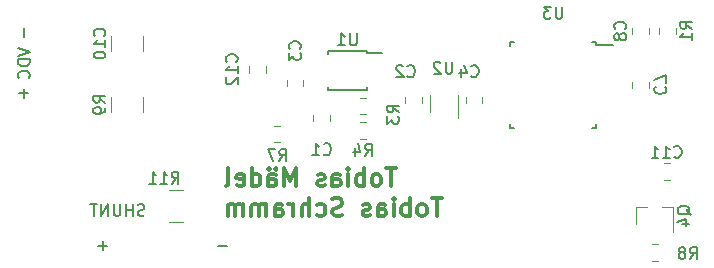
<source format=gbo>
G04 #@! TF.GenerationSoftware,KiCad,Pcbnew,5.1.2*
G04 #@! TF.CreationDate,2019-07-27T17:59:41+02:00*
G04 #@! TF.ProjectId,solarcampi,736f6c61-7263-4616-9d70-692e6b696361,C*
G04 #@! TF.SameCoordinates,Original*
G04 #@! TF.FileFunction,Legend,Bot*
G04 #@! TF.FilePolarity,Positive*
%FSLAX46Y46*%
G04 Gerber Fmt 4.6, Leading zero omitted, Abs format (unit mm)*
G04 Created by KiCad (PCBNEW 5.1.2) date 2019-07-27 17:59:41*
%MOMM*%
%LPD*%
G04 APERTURE LIST*
%ADD10C,0.150000*%
%ADD11C,0.300000*%
%ADD12C,0.120000*%
G04 APERTURE END LIST*
D10*
X51201428Y-58169047D02*
X51201428Y-58930952D01*
X51550952Y-63701428D02*
X50789047Y-63701428D01*
X51170000Y-64082380D02*
X51170000Y-63320476D01*
X50682380Y-59856666D02*
X51682380Y-60190000D01*
X50682380Y-60523333D01*
X51682380Y-60856666D02*
X50682380Y-60856666D01*
X50682380Y-61094761D01*
X50730000Y-61237619D01*
X50825238Y-61332857D01*
X50920476Y-61380476D01*
X51110952Y-61428095D01*
X51253809Y-61428095D01*
X51444285Y-61380476D01*
X51539523Y-61332857D01*
X51634761Y-61237619D01*
X51682380Y-61094761D01*
X51682380Y-60856666D01*
X51587142Y-62428095D02*
X51634761Y-62380476D01*
X51682380Y-62237619D01*
X51682380Y-62142380D01*
X51634761Y-61999523D01*
X51539523Y-61904285D01*
X51444285Y-61856666D01*
X51253809Y-61809047D01*
X51110952Y-61809047D01*
X50920476Y-61856666D01*
X50825238Y-61904285D01*
X50730000Y-61999523D01*
X50682380Y-62142380D01*
X50682380Y-62237619D01*
X50730000Y-62380476D01*
X50777619Y-62428095D01*
X68420952Y-76641428D02*
X67659047Y-76641428D01*
X58240952Y-76641428D02*
X57479047Y-76641428D01*
X57860000Y-77022380D02*
X57860000Y-76260476D01*
X61398095Y-74054761D02*
X61255238Y-74102380D01*
X61017142Y-74102380D01*
X60921904Y-74054761D01*
X60874285Y-74007142D01*
X60826666Y-73911904D01*
X60826666Y-73816666D01*
X60874285Y-73721428D01*
X60921904Y-73673809D01*
X61017142Y-73626190D01*
X61207619Y-73578571D01*
X61302857Y-73530952D01*
X61350476Y-73483333D01*
X61398095Y-73388095D01*
X61398095Y-73292857D01*
X61350476Y-73197619D01*
X61302857Y-73150000D01*
X61207619Y-73102380D01*
X60969523Y-73102380D01*
X60826666Y-73150000D01*
X60398095Y-74102380D02*
X60398095Y-73102380D01*
X60398095Y-73578571D02*
X59826666Y-73578571D01*
X59826666Y-74102380D02*
X59826666Y-73102380D01*
X59350476Y-73102380D02*
X59350476Y-73911904D01*
X59302857Y-74007142D01*
X59255238Y-74054761D01*
X59160000Y-74102380D01*
X58969523Y-74102380D01*
X58874285Y-74054761D01*
X58826666Y-74007142D01*
X58779047Y-73911904D01*
X58779047Y-73102380D01*
X58302857Y-74102380D02*
X58302857Y-73102380D01*
X57731428Y-74102380D01*
X57731428Y-73102380D01*
X57398095Y-73102380D02*
X56826666Y-73102380D01*
X57112380Y-74102380D02*
X57112380Y-73102380D01*
D11*
X82717857Y-70073571D02*
X81860714Y-70073571D01*
X82289285Y-71573571D02*
X82289285Y-70073571D01*
X81146428Y-71573571D02*
X81289285Y-71502142D01*
X81360714Y-71430714D01*
X81432142Y-71287857D01*
X81432142Y-70859285D01*
X81360714Y-70716428D01*
X81289285Y-70645000D01*
X81146428Y-70573571D01*
X80932142Y-70573571D01*
X80789285Y-70645000D01*
X80717857Y-70716428D01*
X80646428Y-70859285D01*
X80646428Y-71287857D01*
X80717857Y-71430714D01*
X80789285Y-71502142D01*
X80932142Y-71573571D01*
X81146428Y-71573571D01*
X80003571Y-71573571D02*
X80003571Y-70073571D01*
X80003571Y-70645000D02*
X79860714Y-70573571D01*
X79575000Y-70573571D01*
X79432142Y-70645000D01*
X79360714Y-70716428D01*
X79289285Y-70859285D01*
X79289285Y-71287857D01*
X79360714Y-71430714D01*
X79432142Y-71502142D01*
X79575000Y-71573571D01*
X79860714Y-71573571D01*
X80003571Y-71502142D01*
X78646428Y-71573571D02*
X78646428Y-70573571D01*
X78646428Y-70073571D02*
X78717857Y-70145000D01*
X78646428Y-70216428D01*
X78575000Y-70145000D01*
X78646428Y-70073571D01*
X78646428Y-70216428D01*
X77289285Y-71573571D02*
X77289285Y-70787857D01*
X77360714Y-70645000D01*
X77503571Y-70573571D01*
X77789285Y-70573571D01*
X77932142Y-70645000D01*
X77289285Y-71502142D02*
X77432142Y-71573571D01*
X77789285Y-71573571D01*
X77932142Y-71502142D01*
X78003571Y-71359285D01*
X78003571Y-71216428D01*
X77932142Y-71073571D01*
X77789285Y-71002142D01*
X77432142Y-71002142D01*
X77289285Y-70930714D01*
X76646428Y-71502142D02*
X76503571Y-71573571D01*
X76217857Y-71573571D01*
X76075000Y-71502142D01*
X76003571Y-71359285D01*
X76003571Y-71287857D01*
X76075000Y-71145000D01*
X76217857Y-71073571D01*
X76432142Y-71073571D01*
X76575000Y-71002142D01*
X76646428Y-70859285D01*
X76646428Y-70787857D01*
X76575000Y-70645000D01*
X76432142Y-70573571D01*
X76217857Y-70573571D01*
X76075000Y-70645000D01*
X74217857Y-71573571D02*
X74217857Y-70073571D01*
X73717857Y-71145000D01*
X73217857Y-70073571D01*
X73217857Y-71573571D01*
X71860714Y-71573571D02*
X71860714Y-70787857D01*
X71932142Y-70645000D01*
X72075000Y-70573571D01*
X72360714Y-70573571D01*
X72503571Y-70645000D01*
X71860714Y-71502142D02*
X72003571Y-71573571D01*
X72360714Y-71573571D01*
X72503571Y-71502142D01*
X72575000Y-71359285D01*
X72575000Y-71216428D01*
X72503571Y-71073571D01*
X72360714Y-71002142D01*
X72003571Y-71002142D01*
X71860714Y-70930714D01*
X72503571Y-70073571D02*
X72432142Y-70145000D01*
X72503571Y-70216428D01*
X72575000Y-70145000D01*
X72503571Y-70073571D01*
X72503571Y-70216428D01*
X71932142Y-70073571D02*
X71860714Y-70145000D01*
X71932142Y-70216428D01*
X72003571Y-70145000D01*
X71932142Y-70073571D01*
X71932142Y-70216428D01*
X70503571Y-71573571D02*
X70503571Y-70073571D01*
X70503571Y-71502142D02*
X70646428Y-71573571D01*
X70932142Y-71573571D01*
X71075000Y-71502142D01*
X71146428Y-71430714D01*
X71217857Y-71287857D01*
X71217857Y-70859285D01*
X71146428Y-70716428D01*
X71075000Y-70645000D01*
X70932142Y-70573571D01*
X70646428Y-70573571D01*
X70503571Y-70645000D01*
X69217857Y-71502142D02*
X69360714Y-71573571D01*
X69646428Y-71573571D01*
X69789285Y-71502142D01*
X69860714Y-71359285D01*
X69860714Y-70787857D01*
X69789285Y-70645000D01*
X69646428Y-70573571D01*
X69360714Y-70573571D01*
X69217857Y-70645000D01*
X69146428Y-70787857D01*
X69146428Y-70930714D01*
X69860714Y-71073571D01*
X68289285Y-71573571D02*
X68432142Y-71502142D01*
X68503571Y-71359285D01*
X68503571Y-70073571D01*
X86575000Y-72623571D02*
X85717857Y-72623571D01*
X86146428Y-74123571D02*
X86146428Y-72623571D01*
X85003571Y-74123571D02*
X85146428Y-74052142D01*
X85217857Y-73980714D01*
X85289285Y-73837857D01*
X85289285Y-73409285D01*
X85217857Y-73266428D01*
X85146428Y-73195000D01*
X85003571Y-73123571D01*
X84789285Y-73123571D01*
X84646428Y-73195000D01*
X84575000Y-73266428D01*
X84503571Y-73409285D01*
X84503571Y-73837857D01*
X84575000Y-73980714D01*
X84646428Y-74052142D01*
X84789285Y-74123571D01*
X85003571Y-74123571D01*
X83860714Y-74123571D02*
X83860714Y-72623571D01*
X83860714Y-73195000D02*
X83717857Y-73123571D01*
X83432142Y-73123571D01*
X83289285Y-73195000D01*
X83217857Y-73266428D01*
X83146428Y-73409285D01*
X83146428Y-73837857D01*
X83217857Y-73980714D01*
X83289285Y-74052142D01*
X83432142Y-74123571D01*
X83717857Y-74123571D01*
X83860714Y-74052142D01*
X82503571Y-74123571D02*
X82503571Y-73123571D01*
X82503571Y-72623571D02*
X82575000Y-72695000D01*
X82503571Y-72766428D01*
X82432142Y-72695000D01*
X82503571Y-72623571D01*
X82503571Y-72766428D01*
X81146428Y-74123571D02*
X81146428Y-73337857D01*
X81217857Y-73195000D01*
X81360714Y-73123571D01*
X81646428Y-73123571D01*
X81789285Y-73195000D01*
X81146428Y-74052142D02*
X81289285Y-74123571D01*
X81646428Y-74123571D01*
X81789285Y-74052142D01*
X81860714Y-73909285D01*
X81860714Y-73766428D01*
X81789285Y-73623571D01*
X81646428Y-73552142D01*
X81289285Y-73552142D01*
X81146428Y-73480714D01*
X80503571Y-74052142D02*
X80360714Y-74123571D01*
X80075000Y-74123571D01*
X79932142Y-74052142D01*
X79860714Y-73909285D01*
X79860714Y-73837857D01*
X79932142Y-73695000D01*
X80075000Y-73623571D01*
X80289285Y-73623571D01*
X80432142Y-73552142D01*
X80503571Y-73409285D01*
X80503571Y-73337857D01*
X80432142Y-73195000D01*
X80289285Y-73123571D01*
X80075000Y-73123571D01*
X79932142Y-73195000D01*
X78146428Y-74052142D02*
X77932142Y-74123571D01*
X77575000Y-74123571D01*
X77432142Y-74052142D01*
X77360714Y-73980714D01*
X77289285Y-73837857D01*
X77289285Y-73695000D01*
X77360714Y-73552142D01*
X77432142Y-73480714D01*
X77575000Y-73409285D01*
X77860714Y-73337857D01*
X78003571Y-73266428D01*
X78075000Y-73195000D01*
X78146428Y-73052142D01*
X78146428Y-72909285D01*
X78075000Y-72766428D01*
X78003571Y-72695000D01*
X77860714Y-72623571D01*
X77503571Y-72623571D01*
X77289285Y-72695000D01*
X76003571Y-74052142D02*
X76146428Y-74123571D01*
X76432142Y-74123571D01*
X76575000Y-74052142D01*
X76646428Y-73980714D01*
X76717857Y-73837857D01*
X76717857Y-73409285D01*
X76646428Y-73266428D01*
X76575000Y-73195000D01*
X76432142Y-73123571D01*
X76146428Y-73123571D01*
X76003571Y-73195000D01*
X75360714Y-74123571D02*
X75360714Y-72623571D01*
X74717857Y-74123571D02*
X74717857Y-73337857D01*
X74789285Y-73195000D01*
X74932142Y-73123571D01*
X75146428Y-73123571D01*
X75289285Y-73195000D01*
X75360714Y-73266428D01*
X74003571Y-74123571D02*
X74003571Y-73123571D01*
X74003571Y-73409285D02*
X73932142Y-73266428D01*
X73860714Y-73195000D01*
X73717857Y-73123571D01*
X73575000Y-73123571D01*
X72432142Y-74123571D02*
X72432142Y-73337857D01*
X72503571Y-73195000D01*
X72646428Y-73123571D01*
X72932142Y-73123571D01*
X73075000Y-73195000D01*
X72432142Y-74052142D02*
X72575000Y-74123571D01*
X72932142Y-74123571D01*
X73075000Y-74052142D01*
X73146428Y-73909285D01*
X73146428Y-73766428D01*
X73075000Y-73623571D01*
X72932142Y-73552142D01*
X72575000Y-73552142D01*
X72432142Y-73480714D01*
X71717857Y-74123571D02*
X71717857Y-73123571D01*
X71717857Y-73266428D02*
X71646428Y-73195000D01*
X71503571Y-73123571D01*
X71289285Y-73123571D01*
X71146428Y-73195000D01*
X71075000Y-73337857D01*
X71075000Y-74123571D01*
X71075000Y-73337857D02*
X71003571Y-73195000D01*
X70860714Y-73123571D01*
X70646428Y-73123571D01*
X70503571Y-73195000D01*
X70432142Y-73337857D01*
X70432142Y-74123571D01*
X69717857Y-74123571D02*
X69717857Y-73123571D01*
X69717857Y-73266428D02*
X69646428Y-73195000D01*
X69503571Y-73123571D01*
X69289285Y-73123571D01*
X69146428Y-73195000D01*
X69075000Y-73337857D01*
X69075000Y-74123571D01*
X69075000Y-73337857D02*
X69003571Y-73195000D01*
X68860714Y-73123571D01*
X68646428Y-73123571D01*
X68503571Y-73195000D01*
X68432142Y-73337857D01*
X68432142Y-74123571D01*
D12*
X63487936Y-71900000D02*
X64692064Y-71900000D01*
X63487936Y-74620000D02*
X64692064Y-74620000D01*
X71680000Y-61438748D02*
X71680000Y-61961252D01*
X70260000Y-61438748D02*
X70260000Y-61961252D01*
X105871252Y-71080000D02*
X105348748Y-71080000D01*
X105871252Y-69660000D02*
X105348748Y-69660000D01*
X61270000Y-64067936D02*
X61270000Y-65272064D01*
X58550000Y-64067936D02*
X58550000Y-65272064D01*
X103010000Y-73340000D02*
X103010000Y-74800000D01*
X106170000Y-73340000D02*
X106170000Y-75500000D01*
X106170000Y-73340000D02*
X105240000Y-73340000D01*
X103010000Y-73340000D02*
X103940000Y-73340000D01*
X61280000Y-58907936D02*
X61280000Y-60112064D01*
X58560000Y-58907936D02*
X58560000Y-60112064D01*
X85590000Y-65300000D02*
X85590000Y-63900000D01*
X87910000Y-63900000D02*
X87910000Y-65800000D01*
X72907252Y-67869000D02*
X72384748Y-67869000D01*
X72907252Y-66449000D02*
X72384748Y-66449000D01*
X104861252Y-77910000D02*
X104338748Y-77910000D01*
X104861252Y-76490000D02*
X104338748Y-76490000D01*
X79638748Y-66190000D02*
X80161252Y-66190000D01*
X79638748Y-67610000D02*
X80161252Y-67610000D01*
X84910000Y-64038748D02*
X84910000Y-64561252D01*
X83490000Y-64038748D02*
X83490000Y-64561252D01*
X90010000Y-64038748D02*
X90010000Y-64561252D01*
X88590000Y-64038748D02*
X88590000Y-64561252D01*
D10*
X99637000Y-59592000D02*
X101062000Y-59592000D01*
X92387000Y-59367000D02*
X92712000Y-59367000D01*
X92387000Y-66617000D02*
X92712000Y-66617000D01*
X99637000Y-66617000D02*
X99312000Y-66617000D01*
X99637000Y-59367000D02*
X99312000Y-59367000D01*
X99637000Y-66617000D02*
X99637000Y-66292000D01*
X92387000Y-66617000D02*
X92387000Y-66292000D01*
X92387000Y-59367000D02*
X92387000Y-59692000D01*
X99637000Y-59367000D02*
X99637000Y-59592000D01*
X80275000Y-60350000D02*
X81500000Y-60350000D01*
X80275000Y-63475000D02*
X76925000Y-63475000D01*
X80275000Y-60125000D02*
X76925000Y-60125000D01*
X80275000Y-63475000D02*
X80275000Y-63175000D01*
X76925000Y-63475000D02*
X76925000Y-63175000D01*
X76925000Y-60125000D02*
X76925000Y-60425000D01*
X80275000Y-60125000D02*
X80275000Y-60350000D01*
D12*
X79638748Y-64090000D02*
X80161252Y-64090000D01*
X79638748Y-65510000D02*
X80161252Y-65510000D01*
X104954000Y-58681252D02*
X104954000Y-58158748D01*
X106374000Y-58681252D02*
X106374000Y-58158748D01*
X104088000Y-58167748D02*
X104088000Y-58690252D01*
X102668000Y-58167748D02*
X102668000Y-58690252D01*
X77110000Y-65538748D02*
X77110000Y-66061252D01*
X75690000Y-65538748D02*
X75690000Y-66061252D01*
X102668000Y-63253252D02*
X102668000Y-62730748D01*
X104088000Y-63253252D02*
X104088000Y-62730748D01*
X74860000Y-62588748D02*
X74860000Y-63111252D01*
X73440000Y-62588748D02*
X73440000Y-63111252D01*
D10*
X63702857Y-71362380D02*
X64036190Y-70886190D01*
X64274285Y-71362380D02*
X64274285Y-70362380D01*
X63893333Y-70362380D01*
X63798095Y-70410000D01*
X63750476Y-70457619D01*
X63702857Y-70552857D01*
X63702857Y-70695714D01*
X63750476Y-70790952D01*
X63798095Y-70838571D01*
X63893333Y-70886190D01*
X64274285Y-70886190D01*
X62750476Y-71362380D02*
X63321904Y-71362380D01*
X63036190Y-71362380D02*
X63036190Y-70362380D01*
X63131428Y-70505238D01*
X63226666Y-70600476D01*
X63321904Y-70648095D01*
X61798095Y-71362380D02*
X62369523Y-71362380D01*
X62083809Y-71362380D02*
X62083809Y-70362380D01*
X62179047Y-70505238D01*
X62274285Y-70600476D01*
X62369523Y-70648095D01*
X69187142Y-61047142D02*
X69234761Y-60999523D01*
X69282380Y-60856666D01*
X69282380Y-60761428D01*
X69234761Y-60618571D01*
X69139523Y-60523333D01*
X69044285Y-60475714D01*
X68853809Y-60428095D01*
X68710952Y-60428095D01*
X68520476Y-60475714D01*
X68425238Y-60523333D01*
X68330000Y-60618571D01*
X68282380Y-60761428D01*
X68282380Y-60856666D01*
X68330000Y-60999523D01*
X68377619Y-61047142D01*
X69282380Y-61999523D02*
X69282380Y-61428095D01*
X69282380Y-61713809D02*
X68282380Y-61713809D01*
X68425238Y-61618571D01*
X68520476Y-61523333D01*
X68568095Y-61428095D01*
X68377619Y-62380476D02*
X68330000Y-62428095D01*
X68282380Y-62523333D01*
X68282380Y-62761428D01*
X68330000Y-62856666D01*
X68377619Y-62904285D01*
X68472857Y-62951904D01*
X68568095Y-62951904D01*
X68710952Y-62904285D01*
X69282380Y-62332857D01*
X69282380Y-62951904D01*
X106252857Y-69077142D02*
X106300476Y-69124761D01*
X106443333Y-69172380D01*
X106538571Y-69172380D01*
X106681428Y-69124761D01*
X106776666Y-69029523D01*
X106824285Y-68934285D01*
X106871904Y-68743809D01*
X106871904Y-68600952D01*
X106824285Y-68410476D01*
X106776666Y-68315238D01*
X106681428Y-68220000D01*
X106538571Y-68172380D01*
X106443333Y-68172380D01*
X106300476Y-68220000D01*
X106252857Y-68267619D01*
X105300476Y-69172380D02*
X105871904Y-69172380D01*
X105586190Y-69172380D02*
X105586190Y-68172380D01*
X105681428Y-68315238D01*
X105776666Y-68410476D01*
X105871904Y-68458095D01*
X104348095Y-69172380D02*
X104919523Y-69172380D01*
X104633809Y-69172380D02*
X104633809Y-68172380D01*
X104729047Y-68315238D01*
X104824285Y-68410476D01*
X104919523Y-68458095D01*
X58082380Y-64503333D02*
X57606190Y-64170000D01*
X58082380Y-63931904D02*
X57082380Y-63931904D01*
X57082380Y-64312857D01*
X57130000Y-64408095D01*
X57177619Y-64455714D01*
X57272857Y-64503333D01*
X57415714Y-64503333D01*
X57510952Y-64455714D01*
X57558571Y-64408095D01*
X57606190Y-64312857D01*
X57606190Y-63931904D01*
X58082380Y-64979523D02*
X58082380Y-65170000D01*
X58034761Y-65265238D01*
X57987142Y-65312857D01*
X57844285Y-65408095D01*
X57653809Y-65455714D01*
X57272857Y-65455714D01*
X57177619Y-65408095D01*
X57130000Y-65360476D01*
X57082380Y-65265238D01*
X57082380Y-65074761D01*
X57130000Y-64979523D01*
X57177619Y-64931904D01*
X57272857Y-64884285D01*
X57510952Y-64884285D01*
X57606190Y-64931904D01*
X57653809Y-64979523D01*
X57701428Y-65074761D01*
X57701428Y-65265238D01*
X57653809Y-65360476D01*
X57606190Y-65408095D01*
X57510952Y-65455714D01*
X107637619Y-74004761D02*
X107590000Y-73909523D01*
X107494761Y-73814285D01*
X107351904Y-73671428D01*
X107304285Y-73576190D01*
X107304285Y-73480952D01*
X107542380Y-73528571D02*
X107494761Y-73433333D01*
X107399523Y-73338095D01*
X107209047Y-73290476D01*
X106875714Y-73290476D01*
X106685238Y-73338095D01*
X106590000Y-73433333D01*
X106542380Y-73528571D01*
X106542380Y-73719047D01*
X106590000Y-73814285D01*
X106685238Y-73909523D01*
X106875714Y-73957142D01*
X107209047Y-73957142D01*
X107399523Y-73909523D01*
X107494761Y-73814285D01*
X107542380Y-73719047D01*
X107542380Y-73528571D01*
X106875714Y-74814285D02*
X107542380Y-74814285D01*
X106494761Y-74576190D02*
X107209047Y-74338095D01*
X107209047Y-74957142D01*
X57997142Y-58867142D02*
X58044761Y-58819523D01*
X58092380Y-58676666D01*
X58092380Y-58581428D01*
X58044761Y-58438571D01*
X57949523Y-58343333D01*
X57854285Y-58295714D01*
X57663809Y-58248095D01*
X57520952Y-58248095D01*
X57330476Y-58295714D01*
X57235238Y-58343333D01*
X57140000Y-58438571D01*
X57092380Y-58581428D01*
X57092380Y-58676666D01*
X57140000Y-58819523D01*
X57187619Y-58867142D01*
X58092380Y-59819523D02*
X58092380Y-59248095D01*
X58092380Y-59533809D02*
X57092380Y-59533809D01*
X57235238Y-59438571D01*
X57330476Y-59343333D01*
X57378095Y-59248095D01*
X57092380Y-60438571D02*
X57092380Y-60533809D01*
X57140000Y-60629047D01*
X57187619Y-60676666D01*
X57282857Y-60724285D01*
X57473333Y-60771904D01*
X57711428Y-60771904D01*
X57901904Y-60724285D01*
X57997142Y-60676666D01*
X58044761Y-60629047D01*
X58092380Y-60533809D01*
X58092380Y-60438571D01*
X58044761Y-60343333D01*
X57997142Y-60295714D01*
X57901904Y-60248095D01*
X57711428Y-60200476D01*
X57473333Y-60200476D01*
X57282857Y-60248095D01*
X57187619Y-60295714D01*
X57140000Y-60343333D01*
X57092380Y-60438571D01*
X87461904Y-61052380D02*
X87461904Y-61861904D01*
X87414285Y-61957142D01*
X87366666Y-62004761D01*
X87271428Y-62052380D01*
X87080952Y-62052380D01*
X86985714Y-62004761D01*
X86938095Y-61957142D01*
X86890476Y-61861904D01*
X86890476Y-61052380D01*
X86461904Y-61147619D02*
X86414285Y-61100000D01*
X86319047Y-61052380D01*
X86080952Y-61052380D01*
X85985714Y-61100000D01*
X85938095Y-61147619D01*
X85890476Y-61242857D01*
X85890476Y-61338095D01*
X85938095Y-61480952D01*
X86509523Y-62052380D01*
X85890476Y-62052380D01*
X72816666Y-69462380D02*
X73150000Y-68986190D01*
X73388095Y-69462380D02*
X73388095Y-68462380D01*
X73007142Y-68462380D01*
X72911904Y-68510000D01*
X72864285Y-68557619D01*
X72816666Y-68652857D01*
X72816666Y-68795714D01*
X72864285Y-68890952D01*
X72911904Y-68938571D01*
X73007142Y-68986190D01*
X73388095Y-68986190D01*
X72483333Y-68462380D02*
X71816666Y-68462380D01*
X72245238Y-69462380D01*
X107566666Y-77752380D02*
X107900000Y-77276190D01*
X108138095Y-77752380D02*
X108138095Y-76752380D01*
X107757142Y-76752380D01*
X107661904Y-76800000D01*
X107614285Y-76847619D01*
X107566666Y-76942857D01*
X107566666Y-77085714D01*
X107614285Y-77180952D01*
X107661904Y-77228571D01*
X107757142Y-77276190D01*
X108138095Y-77276190D01*
X106995238Y-77180952D02*
X107090476Y-77133333D01*
X107138095Y-77085714D01*
X107185714Y-76990476D01*
X107185714Y-76942857D01*
X107138095Y-76847619D01*
X107090476Y-76800000D01*
X106995238Y-76752380D01*
X106804761Y-76752380D01*
X106709523Y-76800000D01*
X106661904Y-76847619D01*
X106614285Y-76942857D01*
X106614285Y-76990476D01*
X106661904Y-77085714D01*
X106709523Y-77133333D01*
X106804761Y-77180952D01*
X106995238Y-77180952D01*
X107090476Y-77228571D01*
X107138095Y-77276190D01*
X107185714Y-77371428D01*
X107185714Y-77561904D01*
X107138095Y-77657142D01*
X107090476Y-77704761D01*
X106995238Y-77752380D01*
X106804761Y-77752380D01*
X106709523Y-77704761D01*
X106661904Y-77657142D01*
X106614285Y-77561904D01*
X106614285Y-77371428D01*
X106661904Y-77276190D01*
X106709523Y-77228571D01*
X106804761Y-77180952D01*
X80066666Y-69002380D02*
X80400000Y-68526190D01*
X80638095Y-69002380D02*
X80638095Y-68002380D01*
X80257142Y-68002380D01*
X80161904Y-68050000D01*
X80114285Y-68097619D01*
X80066666Y-68192857D01*
X80066666Y-68335714D01*
X80114285Y-68430952D01*
X80161904Y-68478571D01*
X80257142Y-68526190D01*
X80638095Y-68526190D01*
X79209523Y-68335714D02*
X79209523Y-69002380D01*
X79447619Y-67954761D02*
X79685714Y-68669047D01*
X79066666Y-68669047D01*
X83666666Y-62257142D02*
X83714285Y-62304761D01*
X83857142Y-62352380D01*
X83952380Y-62352380D01*
X84095238Y-62304761D01*
X84190476Y-62209523D01*
X84238095Y-62114285D01*
X84285714Y-61923809D01*
X84285714Y-61780952D01*
X84238095Y-61590476D01*
X84190476Y-61495238D01*
X84095238Y-61400000D01*
X83952380Y-61352380D01*
X83857142Y-61352380D01*
X83714285Y-61400000D01*
X83666666Y-61447619D01*
X83285714Y-61447619D02*
X83238095Y-61400000D01*
X83142857Y-61352380D01*
X82904761Y-61352380D01*
X82809523Y-61400000D01*
X82761904Y-61447619D01*
X82714285Y-61542857D01*
X82714285Y-61638095D01*
X82761904Y-61780952D01*
X83333333Y-62352380D01*
X82714285Y-62352380D01*
X89066666Y-62257142D02*
X89114285Y-62304761D01*
X89257142Y-62352380D01*
X89352380Y-62352380D01*
X89495238Y-62304761D01*
X89590476Y-62209523D01*
X89638095Y-62114285D01*
X89685714Y-61923809D01*
X89685714Y-61780952D01*
X89638095Y-61590476D01*
X89590476Y-61495238D01*
X89495238Y-61400000D01*
X89352380Y-61352380D01*
X89257142Y-61352380D01*
X89114285Y-61400000D01*
X89066666Y-61447619D01*
X88209523Y-61685714D02*
X88209523Y-62352380D01*
X88447619Y-61304761D02*
X88685714Y-62019047D01*
X88066666Y-62019047D01*
X96773904Y-56394380D02*
X96773904Y-57203904D01*
X96726285Y-57299142D01*
X96678666Y-57346761D01*
X96583428Y-57394380D01*
X96392952Y-57394380D01*
X96297714Y-57346761D01*
X96250095Y-57299142D01*
X96202476Y-57203904D01*
X96202476Y-56394380D01*
X95821523Y-56394380D02*
X95202476Y-56394380D01*
X95535809Y-56775333D01*
X95392952Y-56775333D01*
X95297714Y-56822952D01*
X95250095Y-56870571D01*
X95202476Y-56965809D01*
X95202476Y-57203904D01*
X95250095Y-57299142D01*
X95297714Y-57346761D01*
X95392952Y-57394380D01*
X95678666Y-57394380D01*
X95773904Y-57346761D01*
X95821523Y-57299142D01*
X79361904Y-58652380D02*
X79361904Y-59461904D01*
X79314285Y-59557142D01*
X79266666Y-59604761D01*
X79171428Y-59652380D01*
X78980952Y-59652380D01*
X78885714Y-59604761D01*
X78838095Y-59557142D01*
X78790476Y-59461904D01*
X78790476Y-58652380D01*
X77790476Y-59652380D02*
X78361904Y-59652380D01*
X78076190Y-59652380D02*
X78076190Y-58652380D01*
X78171428Y-58795238D01*
X78266666Y-58890476D01*
X78361904Y-58938095D01*
X82952380Y-65333333D02*
X82476190Y-65000000D01*
X82952380Y-64761904D02*
X81952380Y-64761904D01*
X81952380Y-65142857D01*
X82000000Y-65238095D01*
X82047619Y-65285714D01*
X82142857Y-65333333D01*
X82285714Y-65333333D01*
X82380952Y-65285714D01*
X82428571Y-65238095D01*
X82476190Y-65142857D01*
X82476190Y-64761904D01*
X81952380Y-65666666D02*
X81952380Y-66285714D01*
X82333333Y-65952380D01*
X82333333Y-66095238D01*
X82380952Y-66190476D01*
X82428571Y-66238095D01*
X82523809Y-66285714D01*
X82761904Y-66285714D01*
X82857142Y-66238095D01*
X82904761Y-66190476D01*
X82952380Y-66095238D01*
X82952380Y-65809523D01*
X82904761Y-65714285D01*
X82857142Y-65666666D01*
X107766380Y-58253333D02*
X107290190Y-57920000D01*
X107766380Y-57681904D02*
X106766380Y-57681904D01*
X106766380Y-58062857D01*
X106814000Y-58158095D01*
X106861619Y-58205714D01*
X106956857Y-58253333D01*
X107099714Y-58253333D01*
X107194952Y-58205714D01*
X107242571Y-58158095D01*
X107290190Y-58062857D01*
X107290190Y-57681904D01*
X107766380Y-59205714D02*
X107766380Y-58634285D01*
X107766380Y-58920000D02*
X106766380Y-58920000D01*
X106909238Y-58824761D01*
X107004476Y-58729523D01*
X107052095Y-58634285D01*
X102085142Y-58262333D02*
X102132761Y-58214714D01*
X102180380Y-58071857D01*
X102180380Y-57976619D01*
X102132761Y-57833761D01*
X102037523Y-57738523D01*
X101942285Y-57690904D01*
X101751809Y-57643285D01*
X101608952Y-57643285D01*
X101418476Y-57690904D01*
X101323238Y-57738523D01*
X101228000Y-57833761D01*
X101180380Y-57976619D01*
X101180380Y-58071857D01*
X101228000Y-58214714D01*
X101275619Y-58262333D01*
X101608952Y-58833761D02*
X101561333Y-58738523D01*
X101513714Y-58690904D01*
X101418476Y-58643285D01*
X101370857Y-58643285D01*
X101275619Y-58690904D01*
X101228000Y-58738523D01*
X101180380Y-58833761D01*
X101180380Y-59024238D01*
X101228000Y-59119476D01*
X101275619Y-59167095D01*
X101370857Y-59214714D01*
X101418476Y-59214714D01*
X101513714Y-59167095D01*
X101561333Y-59119476D01*
X101608952Y-59024238D01*
X101608952Y-58833761D01*
X101656571Y-58738523D01*
X101704190Y-58690904D01*
X101799428Y-58643285D01*
X101989904Y-58643285D01*
X102085142Y-58690904D01*
X102132761Y-58738523D01*
X102180380Y-58833761D01*
X102180380Y-59024238D01*
X102132761Y-59119476D01*
X102085142Y-59167095D01*
X101989904Y-59214714D01*
X101799428Y-59214714D01*
X101704190Y-59167095D01*
X101656571Y-59119476D01*
X101608952Y-59024238D01*
X76566666Y-68857142D02*
X76614285Y-68904761D01*
X76757142Y-68952380D01*
X76852380Y-68952380D01*
X76995238Y-68904761D01*
X77090476Y-68809523D01*
X77138095Y-68714285D01*
X77185714Y-68523809D01*
X77185714Y-68380952D01*
X77138095Y-68190476D01*
X77090476Y-68095238D01*
X76995238Y-68000000D01*
X76852380Y-67952380D01*
X76757142Y-67952380D01*
X76614285Y-68000000D01*
X76566666Y-68047619D01*
X75614285Y-68952380D02*
X76185714Y-68952380D01*
X75900000Y-68952380D02*
X75900000Y-67952380D01*
X75995238Y-68095238D01*
X76090476Y-68190476D01*
X76185714Y-68238095D01*
X104670857Y-63158666D02*
X104623238Y-63206285D01*
X104575619Y-63349142D01*
X104575619Y-63444380D01*
X104623238Y-63587238D01*
X104718476Y-63682476D01*
X104813714Y-63730095D01*
X105004190Y-63777714D01*
X105147047Y-63777714D01*
X105337523Y-63730095D01*
X105432761Y-63682476D01*
X105528000Y-63587238D01*
X105575619Y-63444380D01*
X105575619Y-63349142D01*
X105528000Y-63206285D01*
X105480380Y-63158666D01*
X105575619Y-62825333D02*
X105575619Y-62158666D01*
X104575619Y-62587238D01*
X74527142Y-59953333D02*
X74574761Y-59905714D01*
X74622380Y-59762857D01*
X74622380Y-59667619D01*
X74574761Y-59524761D01*
X74479523Y-59429523D01*
X74384285Y-59381904D01*
X74193809Y-59334285D01*
X74050952Y-59334285D01*
X73860476Y-59381904D01*
X73765238Y-59429523D01*
X73670000Y-59524761D01*
X73622380Y-59667619D01*
X73622380Y-59762857D01*
X73670000Y-59905714D01*
X73717619Y-59953333D01*
X73622380Y-60286666D02*
X73622380Y-60905714D01*
X74003333Y-60572380D01*
X74003333Y-60715238D01*
X74050952Y-60810476D01*
X74098571Y-60858095D01*
X74193809Y-60905714D01*
X74431904Y-60905714D01*
X74527142Y-60858095D01*
X74574761Y-60810476D01*
X74622380Y-60715238D01*
X74622380Y-60429523D01*
X74574761Y-60334285D01*
X74527142Y-60286666D01*
M02*

</source>
